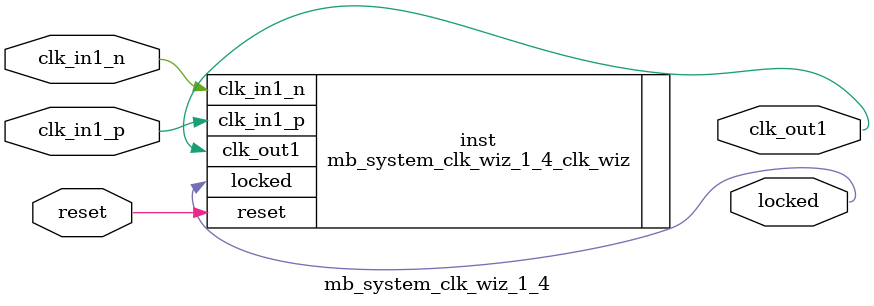
<source format=v>


`timescale 1ps/1ps

(* CORE_GENERATION_INFO = "mb_system_clk_wiz_1_4,clk_wiz_v6_0_1_0_0,{component_name=mb_system_clk_wiz_1_4,use_phase_alignment=true,use_min_o_jitter=false,use_max_i_jitter=false,use_dyn_phase_shift=false,use_inclk_switchover=false,use_dyn_reconfig=false,enable_axi=0,feedback_source=FDBK_AUTO,PRIMITIVE=MMCM,num_out_clk=1,clkin1_period=5.000,clkin2_period=10.0,use_power_down=false,use_reset=true,use_locked=true,use_inclk_stopped=false,feedback_type=SINGLE,CLOCK_MGR_TYPE=NA,manual_override=false}" *)

module mb_system_clk_wiz_1_4 
 (
  // Clock out ports
  output        clk_out1,
  // Status and control signals
  input         reset,
  output        locked,
 // Clock in ports
  input         clk_in1_p,
  input         clk_in1_n
 );

  mb_system_clk_wiz_1_4_clk_wiz inst
  (
  // Clock out ports  
  .clk_out1(clk_out1),
  // Status and control signals               
  .reset(reset), 
  .locked(locked),
 // Clock in ports
  .clk_in1_p(clk_in1_p),
  .clk_in1_n(clk_in1_n)
  );

endmodule

</source>
